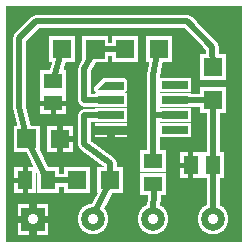
<source format=gbr>
%FSLAX34Y34*%
%MOMM*%
%LNCOPPER_TOP*%
G71*
G01*
%ADD10R, 2.200X2.200*%
%ADD11R, 1.900X2.200*%
%ADD12C, 2.600*%
%ADD13R, 2.800X1.300*%
%ADD14C, 0.700*%
%ADD15C, 1.100*%
%ADD16R, 2.200X1.900*%
%ADD17C, 0.433*%
%ADD18C, 0.667*%
%ADD19C, 0.533*%
%ADD20R, 1.600X1.600*%
%ADD21R, 1.300X1.600*%
%ADD22C, 2.000*%
%ADD23R, 2.200X0.700*%
%ADD24C, 0.100*%
%ADD25C, 0.500*%
%ADD26R, 1.600X1.300*%
%ADD27C, 0.900*%
%LPD*%
G36*
X0Y-125D02*
X200000Y-125D01*
X200000Y-200125D01*
X0Y-200125D01*
X0Y-125D01*
G37*
%LPC*%
X175419Y-80169D02*
G54D10*
D03*
X175419Y-52169D02*
G54D10*
D03*
X16272Y-147638D02*
G54D11*
D03*
X35271Y-147638D02*
G54D11*
D03*
G36*
X10019Y-167975D02*
X36019Y-167975D01*
X36019Y-193975D01*
X10019Y-193975D01*
X10019Y-167975D01*
G37*
X73819Y-180975D02*
G54D12*
D03*
X124619Y-180975D02*
G54D12*
D03*
X175419Y-180975D02*
G54D12*
D03*
X88900Y-80169D02*
G54D13*
D03*
X88900Y-92869D02*
G54D13*
D03*
X88901Y-105569D02*
G54D13*
D03*
X142900Y-105569D02*
G54D13*
D03*
X142900Y-92869D02*
G54D13*
D03*
X142900Y-80169D02*
G54D13*
D03*
X142900Y-67469D02*
G54D13*
D03*
G36*
X77946Y-70303D02*
X99378Y-70303D01*
X99378Y-64350D01*
X83900Y-64350D01*
X77946Y-70303D01*
G37*
G54D14*
X77946Y-70303D02*
X99378Y-70303D01*
X99378Y-64350D01*
X83900Y-64350D01*
X77946Y-70303D01*
X156419Y-134938D02*
G54D11*
D03*
X175419Y-134938D02*
G54D11*
D03*
G54D15*
X142875Y-80169D02*
X175262Y-80169D01*
X175335Y-134882D01*
G54D15*
X175419Y-180975D02*
X175419Y-134938D01*
X124619Y-150812D02*
G54D16*
D03*
X124619Y-131812D02*
G54D16*
D03*
G54D15*
X124619Y-131762D02*
X124643Y-117103D01*
X124668Y-92893D01*
X142925Y-92893D01*
X101203Y-36909D02*
G54D10*
D03*
X129203Y-36909D02*
G54D10*
D03*
G54D15*
X83741Y-80169D02*
X66278Y-80169D01*
X66278Y-53181D01*
X75625Y-36909D01*
X40084Y-82550D02*
G54D16*
D03*
X40084Y-63550D02*
G54D16*
D03*
G54D15*
X124619Y-180975D02*
X124991Y-151185D01*
X124594Y-150788D01*
X88503Y-147638D02*
G54D10*
D03*
X60503Y-147638D02*
G54D10*
D03*
G54D15*
X17641Y-112713D02*
X11328Y-86053D01*
X11291Y-26987D01*
X25181Y-13096D01*
X152975Y-13096D01*
X174803Y-34924D01*
X175127Y-52208D01*
G54D15*
X175419Y-80169D02*
X175503Y-80209D01*
X47625Y-36909D02*
G54D10*
D03*
G36*
X64625Y-25909D02*
X86625Y-25909D01*
X86625Y-47909D01*
X64625Y-47909D01*
X64625Y-25909D01*
G37*
G54D15*
X142875Y-92869D02*
X124619Y-92869D01*
X124594Y-58341D01*
X129178Y-36909D01*
G54D15*
X40084Y-63500D02*
X47751Y-36907D01*
G54D15*
X75803Y-36909D02*
X101203Y-36910D01*
G54D15*
X86916Y-92869D02*
X66278Y-92869D01*
X66278Y-116681D01*
X88106Y-133350D01*
X88106Y-149622D01*
X71834Y-180975D01*
G54D15*
X60325Y-147638D02*
X35145Y-147638D01*
X17637Y-112644D01*
G36*
X6641Y-101713D02*
X28641Y-101712D01*
X28641Y-123712D01*
X6641Y-123713D01*
X6641Y-101713D01*
G37*
X45641Y-112713D02*
G54D10*
D03*
%LPD*%
G54D17*
G36*
X14105Y-147638D02*
X14105Y-136138D01*
X18438Y-136138D01*
X18438Y-147638D01*
X14105Y-147638D01*
G37*
G36*
X18438Y-147638D02*
X18438Y-159138D01*
X14105Y-159138D01*
X14105Y-147638D01*
X18438Y-147638D01*
G37*
G36*
X16272Y-149804D02*
X6272Y-149804D01*
X6272Y-145471D01*
X16272Y-145471D01*
X16272Y-149804D01*
G37*
G54D18*
G36*
X19685Y-180975D02*
X19685Y-167475D01*
X26352Y-167475D01*
X26352Y-180975D01*
X19685Y-180975D01*
G37*
G36*
X23019Y-177642D02*
X36519Y-177642D01*
X36519Y-184308D01*
X23019Y-184308D01*
X23019Y-177642D01*
G37*
G36*
X26352Y-180975D02*
X26352Y-194475D01*
X19685Y-194475D01*
X19685Y-180975D01*
X26352Y-180975D01*
G37*
G36*
X23019Y-184308D02*
X9519Y-184308D01*
X9519Y-177642D01*
X23019Y-177642D01*
X23019Y-184308D01*
G37*
G54D14*
G36*
X88901Y-102069D02*
X103401Y-102069D01*
X103401Y-109069D01*
X88901Y-109069D01*
X88901Y-102069D01*
G37*
G36*
X92401Y-105569D02*
X92401Y-112569D01*
X85401Y-112569D01*
X85401Y-105569D01*
X92401Y-105569D01*
G37*
G36*
X88901Y-109069D02*
X74401Y-109069D01*
X74401Y-102069D01*
X88901Y-102069D01*
X88901Y-109069D01*
G37*
G54D17*
G36*
X154253Y-134938D02*
X154253Y-123438D01*
X158586Y-123438D01*
X158586Y-134938D01*
X154253Y-134938D01*
G37*
G36*
X158586Y-134938D02*
X158586Y-146438D01*
X154253Y-146438D01*
X154253Y-134938D01*
X158586Y-134938D01*
G37*
G36*
X156419Y-137104D02*
X146419Y-137104D01*
X146419Y-132771D01*
X156419Y-132771D01*
X156419Y-137104D01*
G37*
G54D17*
G36*
X40084Y-84716D02*
X28584Y-84717D01*
X28584Y-80384D01*
X40084Y-80384D01*
X40084Y-84716D01*
G37*
G36*
X40084Y-80384D02*
X51584Y-80383D01*
X51584Y-84716D01*
X40084Y-84716D01*
X40084Y-80384D01*
G37*
G36*
X42251Y-82550D02*
X42251Y-92550D01*
X37918Y-92550D01*
X37918Y-82550D01*
X42251Y-82550D01*
G37*
G54D19*
G36*
X45641Y-110046D02*
X57141Y-110046D01*
X57141Y-115379D01*
X45641Y-115379D01*
X45641Y-110046D01*
G37*
G36*
X48307Y-112713D02*
X48307Y-124213D01*
X42974Y-124213D01*
X42974Y-112713D01*
X48307Y-112713D01*
G37*
G36*
X42974Y-112713D02*
X42974Y-101213D01*
X48307Y-101213D01*
X48307Y-112713D01*
X42974Y-112713D01*
G37*
X175419Y-80169D02*
G54D20*
D03*
X175419Y-52169D02*
G54D20*
D03*
X16272Y-147638D02*
G54D21*
D03*
X35271Y-147638D02*
G54D21*
D03*
G36*
X13019Y-170975D02*
X33019Y-170975D01*
X33019Y-190975D01*
X13019Y-190975D01*
X13019Y-170975D01*
G37*
X73819Y-180975D02*
G54D22*
D03*
X124619Y-180975D02*
G54D22*
D03*
X175419Y-180975D02*
G54D22*
D03*
X88900Y-80169D02*
G54D23*
D03*
X88900Y-92869D02*
G54D23*
D03*
X88901Y-105569D02*
G54D23*
D03*
X142900Y-105569D02*
G54D23*
D03*
X142900Y-92869D02*
G54D23*
D03*
X142900Y-80169D02*
G54D23*
D03*
X142900Y-67469D02*
G54D23*
D03*
G36*
X77946Y-70303D02*
X99378Y-70303D01*
X99378Y-64350D01*
X83900Y-64350D01*
X77946Y-70303D01*
G37*
G54D24*
X77946Y-70303D02*
X99378Y-70303D01*
X99378Y-64350D01*
X83900Y-64350D01*
X77946Y-70303D01*
X156419Y-134938D02*
G54D21*
D03*
X175419Y-134938D02*
G54D21*
D03*
G54D25*
X142875Y-80169D02*
X175262Y-80169D01*
X175335Y-134882D01*
G54D25*
X175419Y-180975D02*
X175419Y-134938D01*
X124619Y-150812D02*
G54D26*
D03*
X124619Y-131812D02*
G54D26*
D03*
G54D25*
X124619Y-131762D02*
X124643Y-117103D01*
X124668Y-92893D01*
X142925Y-92893D01*
X101203Y-36909D02*
G54D20*
D03*
X129203Y-36909D02*
G54D20*
D03*
G54D25*
X83741Y-80169D02*
X66278Y-80169D01*
X66278Y-53181D01*
X75625Y-36909D01*
X40084Y-82550D02*
G54D26*
D03*
X40084Y-63550D02*
G54D26*
D03*
G54D25*
X124619Y-180975D02*
X124991Y-151185D01*
X124594Y-150788D01*
X88503Y-147638D02*
G54D20*
D03*
X60503Y-147638D02*
G54D20*
D03*
G54D25*
X17641Y-112713D02*
X11328Y-86053D01*
X11291Y-26987D01*
X25181Y-13096D01*
X152975Y-13096D01*
X174803Y-34924D01*
X175127Y-52208D01*
G54D25*
X175419Y-80169D02*
X175503Y-80209D01*
X47625Y-36909D02*
G54D20*
D03*
G36*
X67625Y-28909D02*
X83625Y-28909D01*
X83625Y-44909D01*
X67625Y-44909D01*
X67625Y-28909D01*
G37*
G54D25*
X142875Y-92869D02*
X124619Y-92869D01*
X124594Y-58341D01*
X129178Y-36909D01*
G54D25*
X40084Y-63500D02*
X47751Y-36907D01*
G54D25*
X75803Y-36909D02*
X101203Y-36910D01*
G54D25*
X86916Y-92869D02*
X66278Y-92869D01*
X66278Y-116681D01*
X88106Y-133350D01*
X88106Y-149622D01*
X71834Y-180975D01*
G54D25*
X60325Y-147638D02*
X35145Y-147638D01*
X17637Y-112644D01*
G36*
X9641Y-104713D02*
X25641Y-104713D01*
X25641Y-120713D01*
X9641Y-120713D01*
X9641Y-104713D01*
G37*
X45641Y-112713D02*
G54D20*
D03*
%LNAUGENFREISTANZEN*%
%LPC*%
X23019Y-180975D02*
G54D27*
D03*
X73819Y-180975D02*
G54D27*
D03*
X124619Y-180975D02*
G54D27*
D03*
X175419Y-180975D02*
G54D27*
D03*
M02*

</source>
